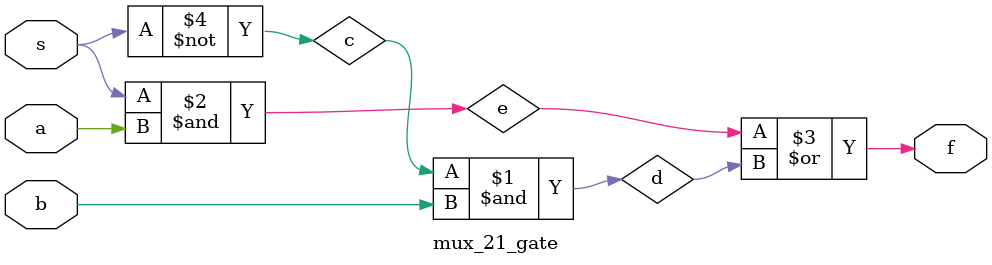
<source format=v>
module mux_21_gate(f,a,b,s);
	output f;
	input a,b,s;
	wire c,d,e;
	not n1(c,s);
	and a1(d,c,b);
	and a2(e,s,a);
	or o1(f,e,d);
endmodule
</source>
